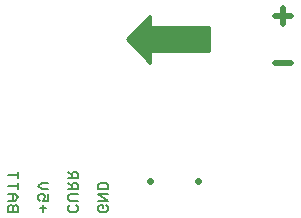
<source format=gbo>
G75*
%MOIN*%
%OFA0B0*%
%FSLAX25Y25*%
%IPPOS*%
%LPD*%
%AMOC8*
5,1,8,0,0,1.08239X$1,22.5*
%
%ADD10C,0.01000*%
%ADD11C,0.02000*%
%ADD12C,0.00800*%
%ADD13C,0.02200*%
D10*
X0168354Y0089614D02*
X0176228Y0081740D01*
X0176228Y0085677D01*
X0195913Y0085677D01*
X0195913Y0093551D01*
X0176228Y0093551D01*
X0176228Y0097488D01*
X0168354Y0089614D01*
X0168382Y0089642D02*
X0195913Y0089642D01*
X0195913Y0088644D02*
X0169325Y0088644D01*
X0170323Y0087645D02*
X0195913Y0087645D01*
X0195913Y0086647D02*
X0171322Y0086647D01*
X0172320Y0085648D02*
X0176228Y0085648D01*
X0176228Y0084650D02*
X0173319Y0084650D01*
X0174317Y0083651D02*
X0176228Y0083651D01*
X0176228Y0082653D02*
X0175316Y0082653D01*
X0169381Y0090641D02*
X0195913Y0090641D01*
X0195913Y0091639D02*
X0170380Y0091639D01*
X0171378Y0092638D02*
X0195913Y0092638D01*
X0176228Y0093636D02*
X0172377Y0093636D01*
X0173375Y0094635D02*
X0176228Y0094635D01*
X0176228Y0095633D02*
X0174374Y0095633D01*
X0175372Y0096632D02*
X0176228Y0096632D01*
D11*
X0217801Y0097492D02*
X0223139Y0097492D01*
X0220470Y0100161D02*
X0220470Y0094823D01*
X0223139Y0081744D02*
X0217801Y0081744D01*
D12*
X0128880Y0033742D02*
X0128880Y0032140D01*
X0132083Y0032140D01*
X0132083Y0033742D01*
X0131549Y0034275D01*
X0131015Y0034275D01*
X0130482Y0033742D01*
X0130482Y0032140D01*
X0130482Y0033742D02*
X0129948Y0034275D01*
X0129414Y0034275D01*
X0128880Y0033742D01*
X0128880Y0035823D02*
X0131015Y0035823D01*
X0132083Y0036891D01*
X0131015Y0037958D01*
X0128880Y0037958D01*
X0130482Y0037958D02*
X0130482Y0035823D01*
X0138880Y0036357D02*
X0139414Y0035823D01*
X0138880Y0036357D02*
X0138880Y0037425D01*
X0139414Y0037958D01*
X0140482Y0037958D01*
X0141015Y0037425D01*
X0141015Y0036891D01*
X0140482Y0035823D01*
X0142083Y0035823D01*
X0142083Y0037958D01*
X0142083Y0039506D02*
X0139948Y0039506D01*
X0138880Y0040574D01*
X0139948Y0041642D01*
X0142083Y0041642D01*
X0148880Y0041642D02*
X0149948Y0040574D01*
X0149948Y0041108D02*
X0149948Y0039506D01*
X0148880Y0039506D02*
X0152083Y0039506D01*
X0152083Y0041108D01*
X0151549Y0041642D01*
X0150482Y0041642D01*
X0149948Y0041108D01*
X0149948Y0043190D02*
X0149948Y0044791D01*
X0150482Y0045325D01*
X0151549Y0045325D01*
X0152083Y0044791D01*
X0152083Y0043190D01*
X0148880Y0043190D01*
X0149948Y0044257D02*
X0148880Y0045325D01*
X0158880Y0041108D02*
X0159414Y0041642D01*
X0161549Y0041642D01*
X0162083Y0041108D01*
X0162083Y0039506D01*
X0158880Y0039506D01*
X0158880Y0041108D01*
X0158880Y0037958D02*
X0162083Y0037958D01*
X0162083Y0035823D02*
X0158880Y0037958D01*
X0152083Y0037958D02*
X0149414Y0037958D01*
X0148880Y0037425D01*
X0148880Y0036357D01*
X0149414Y0035823D01*
X0152083Y0035823D01*
X0151549Y0034275D02*
X0152083Y0033742D01*
X0152083Y0032674D01*
X0151549Y0032140D01*
X0149414Y0032140D01*
X0148880Y0032674D01*
X0148880Y0033742D01*
X0149414Y0034275D01*
X0141549Y0033208D02*
X0139414Y0033208D01*
X0140482Y0034275D02*
X0140482Y0032140D01*
X0158880Y0032674D02*
X0158880Y0033742D01*
X0159414Y0034275D01*
X0160482Y0034275D01*
X0160482Y0033208D01*
X0161549Y0034275D02*
X0162083Y0033742D01*
X0162083Y0032674D01*
X0161549Y0032140D01*
X0159414Y0032140D01*
X0158880Y0032674D01*
X0158880Y0035823D02*
X0162083Y0035823D01*
X0132083Y0039506D02*
X0132083Y0041642D01*
X0132083Y0040574D02*
X0128880Y0040574D01*
X0132083Y0043190D02*
X0132083Y0045325D01*
X0132083Y0044257D02*
X0128880Y0044257D01*
D13*
X0175992Y0042490D02*
X0175992Y0042250D01*
X0191976Y0042250D02*
X0191976Y0042490D01*
M02*

</source>
